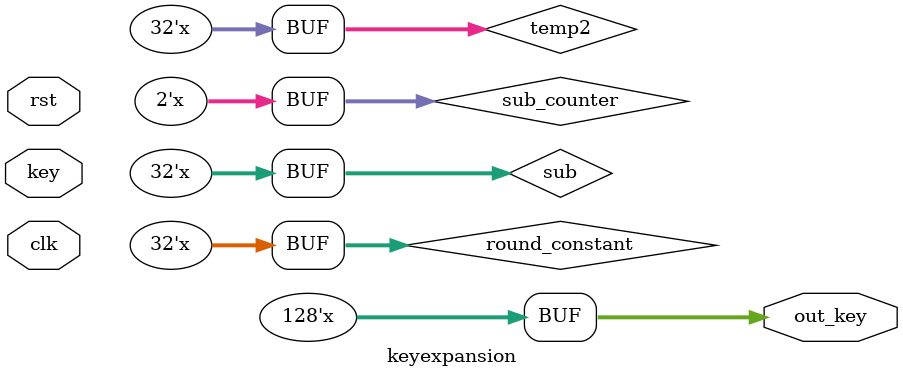
<source format=v>
module keyexpansion (
    input wire [255:0] key,
    input wire clk,
    input wire rst,
    output reg [127:0] out_key
);
    reg [255:0] key_in;
	reg [7:0] g0,g1,g2,g3;
    reg [31:0] temp,temp2,rot,sub,round_constant =32'b0;
    reg [1:0] sub_counter =2'b00;
    reg [2:0] state,nextstate =3'b000;
    reg [3:0] word_counter=4'b0000;
   localparam  IDLE=3'b000 ; 
   localparam  START=3'b001 ; 
   localparam  EXPANSION=3'b010 ; 
   localparam  ROT_BYTE=3'b011 ; 
   localparam  SUB_BYTE=3'b100 ; 
   localparam  RC_CON=3'b101 ; 
   localparam  XOR=3'b110 ; 
   localparam   DONE=3'b111 ; 
    
   always @(posedge clk ) begin
    if (rst) begin
        state <= IDLE ;

   end
   else begin
        state <= nextstate;
        word_counter =word_counter+1;
        sub_counter =sub_counter +1;
   end
   end
    always @(*) begin
     case (state)
        IDLE:begin
            nextstate=START;
        end
      START:begin 
        key_in=key;
        nextstate=EXPANSION;
      end
      EXPANSION:begin 
        if (word_counter== 4'b0100)
        out_key=key_in [127:0];
        if (word_counter ==4'b1000) begin
            out_key=key_in[255:128];
            temp = key_in[255:224];
            if(word_counter %8==0) begin
                // no_of_round=no_of_round+1;
				nextstate=ROT_BYTE;

        end
        
      end
      end
      ROT_BYTE:begin
      
         rot ={temp[23:0],temp[31:24]};
		// g0=temp[15:8];
		// g1=temp[23:16];
		// g2=temp[31:24];
		// g3=temp[7:0];

        nextstate=SUB_BYTE;

        end
       SUB_BYTE:begin
		//  sub_counter==2'b00;
        if (sub_counter <= 2'b11)begin
        case (rot[7:0])
            8'h00: sub=8'h63;
	   8'h01: sub=8'h7c;
	   8'h02: sub=8'h77;
	   8'h03: sub=8'h7b;
	   8'h04: sub=8'hf2;
	   8'h05: sub=8'h6b;
	   8'h06: sub=8'h6f;
	   8'h07: sub=8'hc5;
	   8'h08: sub=8'h30;
	   8'h09: sub=8'h01;
	   8'h0a: sub=8'h67;
	   8'h0b: sub=8'h2b;
	   8'h0c: sub=8'hfe;
	   8'h0d: sub=8'hd7;
	   8'h0e: sub=8'hab;
	   8'h0f: sub=8'h76;
	   8'h10: sub=8'hca;
	   8'h11: sub=8'h82;
	   8'h12: sub=8'hc9;
	   8'h13: sub=8'h7d;
	   8'h14: sub=8'hfa;
	   8'h15: sub=8'h59;
	   8'h16: sub=8'h47;
	   8'h17: sub=8'hf0;
	   8'h18: sub=8'had;
	   8'h19: sub=8'hd4;
	   8'h1a: sub=8'ha2;
	   8'h1b: sub=8'haf;
	   8'h1c: sub=8'h9c;
	   8'h1d: sub=8'ha4;
	   8'h1e: sub=8'h72;
	   8'h1f: sub=8'hc0;
	   8'h20: sub=8'hb7;
	   8'h21: sub=8'hfd;
	   8'h22: sub=8'h93;
	   8'h23: sub=8'h26;
	   8'h24: sub=8'h36;
	   8'h25: sub=8'h3f;
	   8'h26: sub=8'hf7;
	   8'h27: sub=8'hcc;
	   8'h28: sub=8'h34;
	   8'h29: sub=8'ha5;
	   8'h2a: sub=8'he5;
	   8'h2b: sub=8'hf1;
	   8'h2c: sub=8'h71;
	   8'h2d: sub=8'hd8;
	   8'h2e: sub=8'h31;
	   8'h2f: sub=8'h15;
	   8'h30: sub=8'h04;
	   8'h31: sub=8'hc7;
	   8'h32: sub=8'h23;
	   8'h33: sub=8'hc3;
	   8'h34: sub=8'h18;
	   8'h35: sub=8'h96;
	   8'h36: sub=8'h05;
	   8'h37: sub=8'h9a;
	   8'h38: sub=8'h07;
	   8'h39: sub=8'h12;
	   8'h3a: sub=8'h80;
	   8'h3b: sub=8'he2;
	   8'h3c: sub=8'heb;
	   8'h3d: sub=8'h27;
	   8'h3e: sub=8'hb2;
	   8'h3f: sub=8'h75;
	   8'h40: sub=8'h09;
	   8'h41: sub=8'h83;
	   8'h42: sub=8'h2c;
	   8'h43: sub=8'h1a;
	   8'h44: sub=8'h1b;
	   8'h45: sub=8'h6e;
	   8'h46: sub=8'h5a;
	   8'h47: sub=8'ha0;
	   8'h48: sub=8'h52;
	   8'h49: sub=8'h3b;
	   8'h4a: sub=8'hd6;
	   8'h4b: sub=8'hb3;
	   8'h4c: sub=8'h29;
	   8'h4d: sub=8'he3;
	   8'h4e: sub=8'h2f;
	   8'h4f: sub=8'h84;
	   8'h50: sub=8'h53;
	   8'h51: sub=8'hd1;
	   8'h52: sub=8'h00;
	   8'h53: sub=8'hed;
	   8'h54: sub=8'h20;
	   8'h55: sub=8'hfc;
	   8'h56: sub=8'hb1;
	   8'h57: sub=8'h5b;
	   8'h58: sub=8'h6a;
	   8'h59: sub=8'hcb;
	   8'h5a: sub=8'hbe;
	   8'h5b: sub=8'h39;
	   8'h5c: sub=8'h4a;
	   8'h5d: sub=8'h4c;
	   8'h5e: sub=8'h58;
	   8'h5f: sub=8'hcf;
	   8'h60: sub=8'hd0;
	   8'h61: sub=8'hef;
	   8'h62: sub=8'haa;
	   8'h63: sub=8'hfb;
	   8'h64: sub=8'h43;
	   8'h65: sub=8'h4d;
	   8'h66: sub=8'h33;
	   8'h67: sub=8'h85;
	   8'h68: sub=8'h45;
	   8'h69: sub=8'hf9;
	   8'h6a: sub=8'h02;
	   8'h6b: sub=8'h7f;
	   8'h6c: sub=8'h50;
	   8'h6d: sub=8'h3c;
	   8'h6e: sub=8'h9f;
	   8'h6f: sub=8'ha8;
	   8'h70: sub=8'h51;
	   8'h71: sub=8'ha3;
	   8'h72: sub=8'h40;
	   8'h73: sub=8'h8f;
	   8'h74: sub=8'h92;
	   8'h75: sub=8'h9d;
	   8'h76: sub=8'h38;
	   8'h77: sub=8'hf5;
	   8'h78: sub=8'hbc;
	   8'h79: sub=8'hb6;
	   8'h7a: sub=8'hda;
	   8'h7b: sub=8'h21;
	   8'h7c: sub=8'h10;
	   8'h7d: sub=8'hff;
	   8'h7e: sub=8'hf3;
	   8'h7f: sub=8'hd2;
	   8'h80: sub=8'hcd;
	   8'h81: sub=8'h0c;
	   8'h82: sub=8'h13;
	   8'h83: sub=8'hec;
	   8'h84: sub=8'h5f;
	   8'h85: sub=8'h97;
	   8'h86: sub=8'h44;
	   8'h87: sub=8'h17;
	   8'h88: sub=8'hc4;
	   8'h89: sub=8'ha7;
	   8'h8a: sub=8'h7e;
	   8'h8b: sub=8'h3d;
	   8'h8c: sub=8'h64;
	   8'h8d: sub=8'h5d;
	   8'h8e: sub=8'h19;
	   8'h8f: sub=8'h73;
	   8'h90: sub=8'h60;
	   8'h91: sub=8'h81;
	   8'h92: sub=8'h4f;
	   8'h93: sub=8'hdc;
	   8'h94: sub=8'h22;
	   8'h95: sub=8'h2a;
	   8'h96: sub=8'h90;
	   8'h97: sub=8'h88;
	   8'h98: sub=8'h46;
	   8'h99: sub=8'hee;
	   8'h9a: sub=8'hb8;
	   8'h9b: sub=8'h14;
	   8'h9c: sub=8'hde;
	   8'h9d: sub=8'h5e;
	   8'h9e: sub=8'h0b;
	   8'h9f: sub=8'hdb;
	   8'ha0: sub=8'he0;
	   8'ha1: sub=8'h32;
	   8'ha2: sub=8'h3a;
	   8'ha3: sub=8'h0a;
	   8'ha4: sub=8'h49;
	   8'ha5: sub=8'h06;
	   8'ha6: sub=8'h24;
	   8'ha7: sub=8'h5c;
	   8'ha8: sub=8'hc2;
	   8'ha9: sub=8'hd3;
	   8'haa: sub=8'hac;
	   8'hab: sub=8'h62;
	   8'hac: sub=8'h91;
	   8'had: sub=8'h95;
	   8'hae: sub=8'he4;
	   8'haf: sub=8'h79;
	   8'hb0: sub=8'he7;
	   8'hb1: sub=8'hc8;
	   8'hb2: sub=8'h37;
	   8'hb3: sub=8'h6d;
	   8'hb4: sub=8'h8d;
	   8'hb5: sub=8'hd5;
	   8'hb6: sub=8'h4e;
	   8'hb7: sub=8'ha9;
	   8'hb8: sub=8'h6c;
	   8'hb9: sub=8'h56;
	   8'hba: sub=8'hf4;
	   8'hbb: sub=8'hea;
	   8'hbc: sub=8'h65;
	   8'hbd: sub=8'h7a;
	   8'hbe: sub=8'hae;
	   8'hbf: sub=8'h08;
	   8'hc0: sub=8'hba;
	   8'hc1: sub=8'h78;
	   8'hc2: sub=8'h25;
	   8'hc3: sub=8'h2e;
	   8'hc4: sub=8'h1c;
	   8'hc5: sub=8'ha6;
	   8'hc6: sub=8'hb4;
	   8'hc7: sub=8'hc6;
	   8'hc8: sub=8'he8;
	   8'hc9: sub=8'hdd;
	   8'hca: sub=8'h74;
	   8'hcb: sub=8'h1f;
	   8'hcc: sub=8'h4b;
	   8'hcd: sub=8'hbd;
	   8'hce: sub=8'h8b;
	   8'hcf: sub=8'h8a;
	   8'hd0: sub=8'h70;
	   8'hd1: sub=8'h3e;
	   8'hd2: sub=8'hb5;
	   8'hd3: sub=8'h66;
	   8'hd4: sub=8'h48;
	   8'hd5: sub=8'h03;
	   8'hd6: sub=8'hf6;
	   8'hd7: sub=8'h0e;
	   8'hd8: sub=8'h61;
	   8'hd9: sub=8'h35;
	   8'hda: sub=8'h57;
	   8'hdb: sub=8'hb9;
	   8'hdc: sub=8'h86;
	   8'hdd: sub=8'hc1;
	   8'hde: sub=8'h1d;
	   8'hdf: sub=8'h9e;
	   8'he0: sub=8'he1;
	   8'he1: sub=8'hf8;
	   8'he2: sub=8'h98;
	   8'he3: sub=8'h11;
	   8'he4: sub=8'h69;
	   8'he5: sub=8'hd9;
	   8'he6: sub=8'h8e;
	   8'he7: sub=8'h94;
	   8'he8: sub=8'h9b;
	   8'he9: sub=8'h1e;
	   8'hea: sub=8'h87;
	   8'heb: sub=8'he9;
	   8'hec: sub=8'hce;
	   8'hed: sub=8'h55;
	   8'hee: sub=8'h28;
	   8'hef: sub=8'hdf;
	   8'hf0: sub=8'h8c;
	   8'hf1: sub=8'ha1;
	   8'hf2: sub=8'h89;
	   8'hf3: sub=8'h0d;
	   8'hf4: sub=8'hbf;
	   8'hf5: sub=8'he6;
	   8'hf6: sub=8'h42;
	   8'hf7: sub=8'h68;
	   8'hf8: sub=8'h41;
	   8'hf9: sub=8'h99;
	   8'hfa: sub=8'h2d;
	   8'hfb: sub=8'h0f;
	   8'hfc: sub=8'hb0;
	   8'hfd: sub=8'h54;
	   8'hfe: sub=8'hbb;
	   8'hff: sub=8'h16;  
        endcase
        rot =rot>>8;
		//  temp2={temp2[31:8],sub[7:0]};
		//  temp2=temp2>>8;
		  temp2={sub[7:0],temp2[31:8]};
		// temp2=temp<<8;
		sub_counter=sub_counter+1;
		temp =temp<<8;
        end
    	if(word_counter==4'hc)	 begin
			
		
	  nextstate=RC_CON;
		end
    end
	RC_CON:begin
		// if(round_counter ==1)
		// round_counstant=round_constant{temp2[31:24]^8'h01:temp2[23:0]};
		// round_counstant=round_counstant
		 
		//  g0 = temp2[31:24] ^ 8'h01;
		 round_constant = {temp2[31:24] ^ 8'h01, temp2[23:0]};


	end	
    endcase

        
	
		end
    

    
endmodule
</source>
